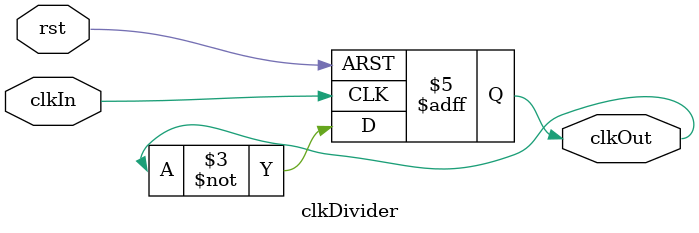
<source format=v>
module clkDivider( 	input clkIn, 
							input rst, 
							output reg clkOut
																);
	
	initial 
		clkOut <= 0;
	
	always@(posedge clkIn or posedge rst) begin
		if(rst == 1) 
			clkOut <= 0;
		else 
			clkOut <= ~clkOut;
	end
	
endmodule

</source>
